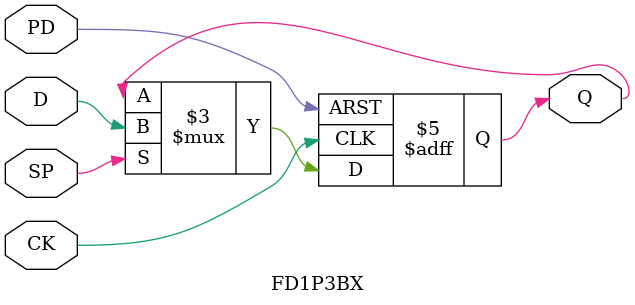
<source format=v>
module FD1P3BX(input D, CK, SP, PD, output reg Q);
	parameter GSR = "DISABLED";
	initial Q = 1'b1;
	always @(posedge CK or posedge PD)
		if (PD)
			Q <= 1'b1;
		else if (SP)
			Q <= D;
	specify
		$setup(D, posedge CK, 0);
		$setup(SP, posedge CK, 212);
		$setup(PD, posedge CK, 224);
`ifndef YOSYS
		if (PD) (posedge CLK => (Q : 1)) = 0;
`else
		if (PD) (PD => Q) = 0; 	// Technically, this should be an edge sensitive path
								// but for facilitating a bypass box, let's pretend it's
								// a simple path
`endif
		if (!PD && SP) (posedge CK => (Q : D)) = 336;
	endspecify
endmodule
</source>
